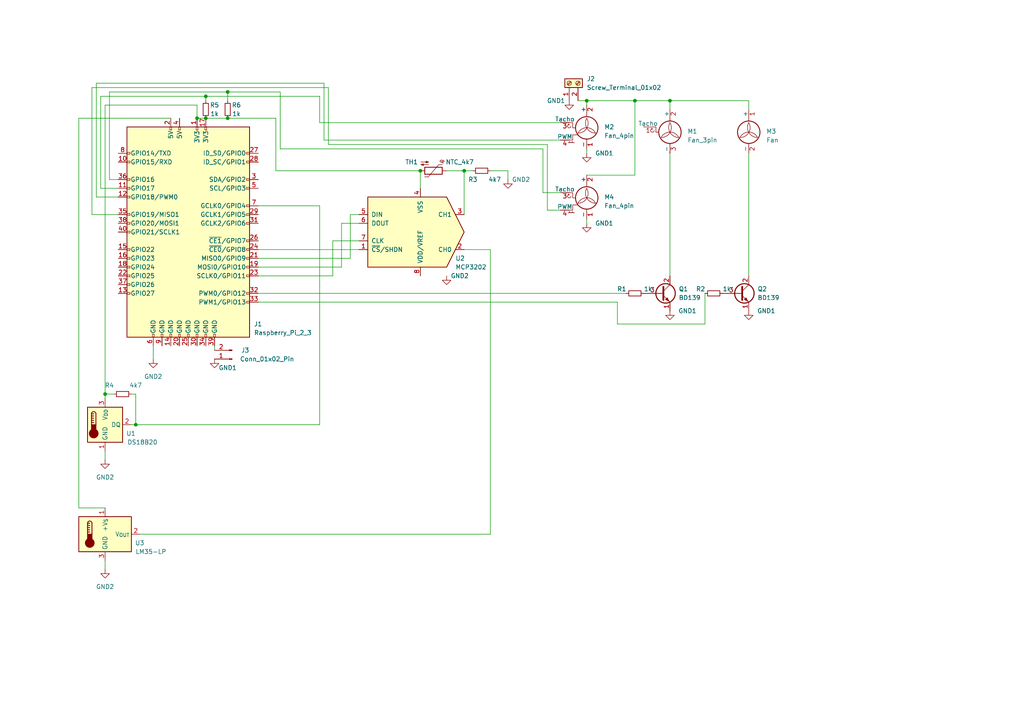
<source format=kicad_sch>
(kicad_sch (version 20230121) (generator eeschema)
  (paper "A4")
  (title_block (title "Fan Control RPi") (date "2023-12-26") (comment 1 "CC BY-SA-4.0") (comment 2 "Funded by the Free Software Foundation Hungary"))
  (lib_symbols
    (symbol "Analog_ADC:MCP3202" (pin_names (offset 1.016))
      (property "Reference" "U" (at -6.35 11.43 0))
      (property "Value" "MCP3202" (at 11.43 11.43 0))
      (symbol "MCP3202_0_1"
        (polyline (pts (xy 15.24 10.16) (xy -7.62 10.16) (xy -12.7 0) (xy -7.62 -10.16) (xy 15.24 -10.16) (xy 15.24 10.16)) (stroke (width 0.254)) (fill (type background)))
      )
      (symbol "MCP3202_1_1"
        (pin input line (at 17.78 5.08 180) (length 2.54) (name "~{CS}/SHDN") (number "1"))
        (pin passive line (at -12.7 5.08 0) (length 2.54) (name "CH0") (number "2"))
        (pin passive line (at -12.7 -5.08 0) (length 2.54) (name "CH1") (number "3"))
        (pin power_in line (at 0 -12.7 90) (length 2.54) (name "VSS") (number "4"))
        (pin input line (at 17.78 -5.08 180) (length 2.54) (name "DIN") (number "5"))
        (pin output line (at 17.78 -2.54 180) (length 2.54) (name "DOUT") (number "6"))
        (pin input line (at 17.78 2.54 180) (length 2.54) (name "CLK") (number "7"))
        (pin power_in line (at 0 12.7 270) (length 2.54) (name "VDD/VREF") (number "8"))
      )
    )
    (symbol "Connector:Conn_01x02_Pin" (pin_names (offset 1.016) hide)
      (property "Reference" "J" (at 0 2.54 0))
      (property "Value" "Conn_01x02_Pin" (at 0 -5.08 0))
      (symbol "Conn_01x02_Pin_1_1"
        (polyline (pts (xy 1.27 -2.54) (xy 0.8636 -2.54)) (stroke (width 0.1524)))
        (polyline (pts (xy 1.27 0) (xy 0.8636 0)) (stroke (width 0.1524)))
        (rectangle (start 0.8636 -2.413) (end 0 -2.667) (stroke (width 0.1524)) (fill (type outline)))
        (rectangle (start 0.8636 0.127) (end 0 -0.127) (stroke (width 0.1524)) (fill (type outline)))
        (pin passive line (at 5.08 0 180) (length 3.81) (name "Pin_1") (number "1"))
        (pin passive line (at 5.08 -2.54 180) (length 3.81) (name "Pin_2") (number "2"))
      )
    )
    (symbol "Connector:Raspberry_Pi_2_3" (pin_names (offset 1.016))
      (property "Reference" "J" (at -17.78 31.75 0))
      (property "Value" "Raspberry_Pi_2_3" (at 10.16 -31.75 0))
      (symbol "Raspberry_Pi_2_3_0_1"
        (rectangle (start -17.78 30.48) (end 17.78 -30.48) (stroke (width 0.254)) (fill (type background)))
      )
      (symbol "Raspberry_Pi_2_3_1_1"
        (rectangle (start -16.891 -17.526) (end -17.78 -18.034))
        (rectangle (start -16.891 -14.986) (end -17.78 -15.494))
        (rectangle (start -16.891 -12.446) (end -17.78 -12.954))
        (rectangle (start -16.891 -9.906) (end -17.78 -10.414))
        (rectangle (start -16.891 -7.366) (end -17.78 -7.874))
        (rectangle (start -16.891 -4.826) (end -17.78 -5.334))
        (rectangle (start -16.891 0.254) (end -17.78 -0.254))
        (rectangle (start -16.891 2.794) (end -17.78 2.286))
        (rectangle (start -16.891 5.334) (end -17.78 4.826))
        (rectangle (start -16.891 10.414) (end -17.78 9.906))
        (rectangle (start -16.891 12.954) (end -17.78 12.446))
        (rectangle (start -16.891 15.494) (end -17.78 14.986))
        (rectangle (start -16.891 20.574) (end -17.78 20.066))
        (rectangle (start -16.891 23.114) (end -17.78 22.606))
        (rectangle (start -10.414 -29.591) (end -9.906 -30.48))
        (rectangle (start -7.874 -29.591) (end -7.366 -30.48))
        (rectangle (start -5.334 -29.591) (end -4.826 -30.48))
        (rectangle (start -5.334 30.48) (end -4.826 29.591))
        (rectangle (start -2.794 -29.591) (end -2.286 -30.48))
        (rectangle (start -2.794 30.48) (end -2.286 29.591))
        (rectangle (start -0.254 -29.591) (end 0.254 -30.48))
        (rectangle (start 2.286 -29.591) (end 2.794 -30.48))
        (rectangle (start 2.286 30.48) (end 2.794 29.591))
        (rectangle (start 4.826 -29.591) (end 5.334 -30.48))
        (rectangle (start 4.826 30.48) (end 5.334 29.591))
        (rectangle (start 7.366 -29.591) (end 7.874 -30.48))
        (rectangle (start 17.78 -20.066) (end 16.891 -20.574))
        (rectangle (start 17.78 -17.526) (end 16.891 -18.034))
        (rectangle (start 17.78 -12.446) (end 16.891 -12.954))
        (rectangle (start 17.78 -9.906) (end 16.891 -10.414))
        (rectangle (start 17.78 -7.366) (end 16.891 -7.874))
        (rectangle (start 17.78 -4.826) (end 16.891 -5.334))
        (rectangle (start 17.78 -2.286) (end 16.891 -2.794))
        (rectangle (start 17.78 2.794) (end 16.891 2.286))
        (rectangle (start 17.78 5.334) (end 16.891 4.826))
        (rectangle (start 17.78 7.874) (end 16.891 7.366))
        (rectangle (start 17.78 12.954) (end 16.891 12.446))
        (rectangle (start 17.78 15.494) (end 16.891 14.986))
        (rectangle (start 17.78 20.574) (end 16.891 20.066))
        (rectangle (start 17.78 23.114) (end 16.891 22.606))
        (pin power_in line (at 2.54 33.02 270) (length 2.54) (name "3V3") (number "1"))
        (pin bidirectional line (at -20.32 20.32 0) (length 2.54) (name "GPIO15/RXD") (number "10"))
        (pin bidirectional line (at -20.32 12.7 0) (length 2.54) (name "GPIO17") (number "11"))
        (pin bidirectional line (at -20.32 10.16 0) (length 2.54) (name "GPIO18/PWM0") (number "12"))
        (pin bidirectional line (at -20.32 -17.78 0) (length 2.54) (name "GPIO27") (number "13"))
        (pin power_in line (at -5.08 -33.02 90) (length 2.54) (name "GND") (number "14"))
        (pin bidirectional line (at -20.32 -5.08 0) (length 2.54) (name "GPIO22") (number "15"))
        (pin bidirectional line (at -20.32 -7.62 0) (length 2.54) (name "GPIO23") (number "16"))
        (pin power_in line (at 5.08 33.02 270) (length 2.54) (name "3V3") (number "17"))
        (pin bidirectional line (at -20.32 -10.16 0) (length 2.54) (name "GPIO24") (number "18"))
        (pin bidirectional line (at 20.32 -10.16 180) (length 2.54) (name "MOSI0/GPIO10") (number "19"))
        (pin power_in line (at -5.08 33.02 270) (length 2.54) (name "5V") (number "2"))
        (pin power_in line (at -2.54 -33.02 90) (length 2.54) (name "GND") (number "20"))
        (pin bidirectional line (at 20.32 -7.62 180) (length 2.54) (name "MISO0/GPIO9") (number "21"))
        (pin bidirectional line (at -20.32 -12.7 0) (length 2.54) (name "GPIO25") (number "22"))
        (pin bidirectional line (at 20.32 -12.7 180) (length 2.54) (name "SCLK0/GPIO11") (number "23"))
        (pin bidirectional line (at 20.32 -5.08 180) (length 2.54) (name "~{CE0}/GPIO8") (number "24"))
        (pin power_in line (at 0 -33.02 90) (length 2.54) (name "GND") (number "25"))
        (pin bidirectional line (at 20.32 -2.54 180) (length 2.54) (name "~{CE1}/GPIO7") (number "26"))
        (pin bidirectional line (at 20.32 22.86 180) (length 2.54) (name "ID_SD/GPIO0") (number "27"))
        (pin bidirectional line (at 20.32 20.32 180) (length 2.54) (name "ID_SC/GPIO1") (number "28"))
        (pin bidirectional line (at 20.32 5.08 180) (length 2.54) (name "GCLK1/GPIO5") (number "29"))
        (pin bidirectional line (at 20.32 15.24 180) (length 2.54) (name "SDA/GPIO2") (number "3"))
        (pin power_in line (at 2.54 -33.02 90) (length 2.54) (name "GND") (number "30"))
        (pin bidirectional line (at 20.32 2.54 180) (length 2.54) (name "GCLK2/GPIO6") (number "31"))
        (pin bidirectional line (at 20.32 -17.78 180) (length 2.54) (name "PWM0/GPIO12") (number "32"))
        (pin bidirectional line (at 20.32 -20.32 180) (length 2.54) (name "PWM1/GPIO13") (number "33"))
        (pin power_in line (at 5.08 -33.02 90) (length 2.54) (name "GND") (number "34"))
        (pin bidirectional line (at -20.32 5.08 0) (length 2.54) (name "GPIO19/MISO1") (number "35"))
        (pin bidirectional line (at -20.32 15.24 0) (length 2.54) (name "GPIO16") (number "36"))
        (pin bidirectional line (at -20.32 -15.24 0) (length 2.54) (name "GPIO26") (number "37"))
        (pin bidirectional line (at -20.32 2.54 0) (length 2.54) (name "GPIO20/MOSI1") (number "38"))
        (pin power_in line (at 7.62 -33.02 90) (length 2.54) (name "GND") (number "39"))
        (pin power_in line (at -2.54 33.02 270) (length 2.54) (name "5V") (number "4"))
        (pin bidirectional line (at -20.32 0 0) (length 2.54) (name "GPIO21/SCLK1") (number "40"))
        (pin bidirectional line (at 20.32 12.7 180) (length 2.54) (name "SCL/GPIO3") (number "5"))
        (pin power_in line (at -10.16 -33.02 90) (length 2.54) (name "GND") (number "6"))
        (pin bidirectional line (at 20.32 7.62 180) (length 2.54) (name "GCLK0/GPIO4") (number "7"))
        (pin bidirectional line (at -20.32 22.86 0) (length 2.54) (name "GPIO14/TXD") (number "8"))
        (pin power_in line (at -7.62 -33.02 90) (length 2.54) (name "GND") (number "9"))
      )
    )
    (symbol "Connector:Screw_Terminal_01x02" (pin_names (offset 1.016) hide)
      (property "Reference" "J" (at 0 2.54 0))
      (property "Value" "Screw_Terminal_01x02" (at 0 -5.08 0))
      (symbol "Screw_Terminal_01x02_1_1"
        (rectangle (start -1.27 1.27) (end 1.27 -3.81) (stroke (width 0.254)) (fill (type background)))
        (circle (center 0 -2.54) (radius 0.635) (stroke (width 0.1524)))
        (polyline (pts (xy -0.5334 -2.2098) (xy 0.3302 -3.048)) (stroke (width 0.1524)))
        (polyline (pts (xy -0.5334 0.3302) (xy 0.3302 -0.508)) (stroke (width 0.1524)))
        (polyline (pts (xy -0.3556 -2.032) (xy 0.508 -2.8702)) (stroke (width 0.1524)))
        (polyline (pts (xy -0.3556 0.508) (xy 0.508 -0.3302)) (stroke (width 0.1524)))
        (circle (center 0 0) (radius 0.635) (stroke (width 0.1524)))
        (pin passive line (at -5.08 0 0) (length 3.81) (name "Pin_1") (number "1"))
        (pin passive line (at -5.08 -2.54 0) (length 3.81) (name "Pin_2") (number "2"))
      )
    )
    (symbol "Device:R_Small" (pin_numbers hide) (pin_names (offset 0.254) hide)
      (property "Reference" "R" (at 0.762 0.508 0))
      (property "Value" "R_Small" (at 0.762 -1.016 0))
      (symbol "R_Small_0_1"
        (rectangle (start -0.762 1.778) (end 0.762 -1.778) (stroke (width 0.2032)))
      )
      (symbol "R_Small_1_1"
        (pin passive line (at 0 2.54 270) (length 0.762) (name "~") (number "1"))
        (pin passive line (at 0 -2.54 90) (length 0.762) (name "~") (number "2"))
      )
    )
    (symbol "Device:Thermistor_NTC" (pin_numbers hide) (pin_names (offset 0))
      (property "Reference" "TH" (at -4.445 0 90))
      (property "Value" "Thermistor_NTC" (at 3.175 0 90))
      (symbol "Thermistor_NTC_0_1"
        (arc (start -3.048 2.159) (mid -3.0495 2.3143) (end -3.175 2.413))
        (arc (start -3.048 2.159) (mid -2.9736 1.9794) (end -2.794 1.905))
        (arc (start -3.048 2.794) (mid -2.9736 2.6144) (end -2.794 2.54))
        (arc (start -2.794 1.905) (mid -2.6144 1.9794) (end -2.54 2.159))
        (arc (start -2.794 2.54) (mid -2.4393 2.5587) (end -2.159 2.794))
        (arc (start -2.794 3.048) (mid -2.9736 2.9736) (end -3.048 2.794))
        (arc (start -2.54 2.794) (mid -2.6144 2.9736) (end -2.794 3.048))
        (rectangle (start -1.016 2.54) (end 1.016 -2.54) (stroke (width 0.254)))
        (polyline (pts (xy -2.54 2.159) (xy -2.54 2.794)))
        (polyline (pts (xy -1.778 2.54) (xy -1.778 1.524) (xy 1.778 -1.524) (xy 1.778 -2.54)))
        (polyline (pts (xy -2.54 -3.683) (xy -2.54 -1.397) (xy -2.794 -2.159) (xy -2.286 -2.159) (xy -2.54 -1.397) (xy -2.54 -1.651)) (fill (type outline)))
        (polyline (pts (xy -1.778 -1.397) (xy -1.778 -3.683) (xy -2.032 -2.921) (xy -1.524 -2.921) (xy -1.778 -3.683) (xy -1.778 -3.429)) (fill (type outline)))
      )
      (symbol "Thermistor_NTC_1_1"
        (pin passive line (at 0 3.81 270) (length 1.27) (name "~") (number "1"))
        (pin passive line (at 0 -3.81 90) (length 1.27) (name "~") (number "2"))
      )
    )
    (symbol "Motor:Fan" (pin_names (offset 0))
      (property "Reference" "M" (at 2.54 5.08 0))
      (property "Value" "Fan" (at 2.54 -2.54 0))
      (symbol "Fan_0_1"
        (arc (start -2.54 -0.508) (mid 0.0028 0.9121) (end 0 3.81))
        (polyline (pts (xy 0 -5.08) (xy 0 -4.572)))
        (polyline (pts (xy 0 -2.2352) (xy 0 -2.6416)))
        (polyline (pts (xy 0 4.2672) (xy 0 4.6228)))
        (polyline (pts (xy 0 4.572) (xy 0 5.08)))
        (circle (center 0 1.016) (radius 3.2512) (stroke (width 0.254)))
        (arc (start 0 3.81) (mid 0.053 0.921) (end 2.54 -0.508))
        (arc (start 2.54 -0.508) (mid 0 1.0618) (end -2.54 -0.508))
      )
      (symbol "Fan_1_1"
        (pin passive line (at 0 7.62 270) (length 2.54) (name "+") (number "1"))
        (pin passive line (at 0 -5.08 90) (length 2.54) (name "-") (number "2"))
      )
    )
    (symbol "Motor:Fan_3pin" (pin_names (offset 0))
      (property "Reference" "M" (at 2.54 2.54 0))
      (property "Value" "Fan_3pin" (at 2.54 -5.08 0))
      (symbol "Fan_3pin_0_0"
        (arc (start -5.588 -1.016) (mid -5.08 -1.5218) (end -4.572 -1.016))
        (arc (start -5.08 -0.508) (mid -5.4392 -0.6568) (end -5.588 -1.016))
        (polyline (pts (xy -5.08 -0.508) (xy -5.334 -0.381)))
        (polyline (pts (xy -5.08 -0.508) (xy -5.207 -0.762)))
        (polyline (pts (xy -4.064 0) (xy -4.064 -1.524) (xy -3.302 -1.524)))
      )
      (symbol "Fan_3pin_0_1"
        (arc (start -2.54 -3.048) (mid 0.0028 -1.6279) (end 0 1.27))
        (circle (center 0 -1.524) (radius 3.2512) (stroke (width 0.254)))
        (polyline (pts (xy -4.064 0) (xy -5.08 0)))
        (polyline (pts (xy 0 -7.62) (xy 0 -7.112)))
        (polyline (pts (xy 0 -4.7752) (xy 0 -5.1816)))
        (polyline (pts (xy 0 1.7272) (xy 0 2.0828)))
        (polyline (pts (xy 0 2.032) (xy 0 2.54)))
        (arc (start 0 1.27) (mid 0.053 -1.619) (end 2.54 -3.048))
        (arc (start 2.54 -3.048) (mid 0 -1.4782) (end -2.54 -3.048))
      )
      (symbol "Fan_3pin_1_1"
        (pin passive line (at -7.62 0 0) (length 2.54) (name "Tacho") (number "1"))
        (pin passive line (at 0 5.08 270) (length 2.54) (name "+") (number "2"))
        (pin passive line (at 0 -7.62 90) (length 2.54) (name "-") (number "3"))
      )
    )
    (symbol "Motor:Fan_4pin" (pin_names (offset 0))
      (property "Reference" "M" (at 2.54 5.08 0))
      (property "Value" "Fan_4pin" (at 2.54 -2.54 0))
      (symbol "Fan_4pin_0_0"
        (arc (start -5.588 1.524) (mid -5.08 1.0182) (end -4.572 1.524))
        (arc (start -5.08 2.032) (mid -5.4392 1.8832) (end -5.588 1.524))
        (polyline (pts (xy -5.08 2.032) (xy -5.334 2.159)))
        (polyline (pts (xy -5.08 2.032) (xy -5.207 1.778)))
        (polyline (pts (xy -4.064 2.54) (xy -4.064 1.016) (xy -3.302 1.016)))
      )
      (symbol "Fan_4pin_0_1"
        (arc (start -2.54 -0.508) (mid 0.0028 0.9121) (end 0 3.81))
        (polyline (pts (xy -4.064 2.54) (xy -5.08 2.54)))
        (polyline (pts (xy 0 -5.08) (xy 0 -4.572)))
        (polyline (pts (xy 0 -2.2352) (xy 0 -2.6416)))
        (polyline (pts (xy 0 4.2672) (xy 0 4.6228)))
        (polyline (pts (xy 0 4.572) (xy 0 5.08)))
        (polyline (pts (xy -2.54 -1.016) (xy -4.064 -1.016) (xy -4.064 -2.54) (xy -5.08 -2.54)))
        (polyline (pts (xy -5.334 -3.302) (xy -5.08 -3.302) (xy -5.08 -3.048) (xy -4.826 -3.048) (xy -4.826 -3.302) (xy -4.318 -3.302) (xy -4.318 -3.048) (xy -4.064 -3.048) (xy -4.064 -3.302) (xy -3.556 -3.302)))
        (circle (center 0 1.016) (radius 3.2512) (stroke (width 0.254)))
        (arc (start 0 3.81) (mid 0.053 0.921) (end 2.54 -0.508))
        (arc (start 2.54 -0.508) (mid 0 1.0618) (end -2.54 -0.508))
      )
      (symbol "Fan_4pin_1_1"
        (pin passive line (at 0 -5.08 90) (length 2.54) (name "-") (number "1"))
        (pin passive line (at 0 7.62 270) (length 2.54) (name "+") (number "2"))
        (pin passive line (at -7.62 2.54 0) (length 2.54) (name "Tacho") (number "3"))
        (pin input line (at -7.62 -2.54 0) (length 2.54) (name "PWM") (number "4"))
      )
    )
    (symbol "Sensor_Temperature:DS18B20"
      (property "Reference" "U" (at -3.81 6.35 0))
      (property "Value" "DS18B20" (at 6.35 6.35 0))
      (symbol "DS18B20_0_1"
        (rectangle (start -5.08 5.08) (end 5.08 -5.08) (stroke (width 0.254)) (fill (type background)))
        (circle (center -3.302 -2.54) (radius 1.27) (stroke (width 0.254)) (fill (type outline)))
        (rectangle (start -2.667 -1.905) (end -3.937 0) (stroke (width 0.254)) (fill (type outline)))
        (arc (start -2.667 3.175) (mid -3.302 3.8073) (end -3.937 3.175) (stroke (width 0.254)))
        (polyline (pts (xy -3.937 0.635) (xy -3.302 0.635)) (stroke (width 0.254)))
        (polyline (pts (xy -3.937 1.27) (xy -3.302 1.27)) (stroke (width 0.254)))
        (polyline (pts (xy -3.937 1.905) (xy -3.302 1.905)) (stroke (width 0.254)))
        (polyline (pts (xy -3.937 2.54) (xy -3.302 2.54)) (stroke (width 0.254)))
        (polyline (pts (xy -3.937 3.175) (xy -3.937 0)) (stroke (width 0.254)))
        (polyline (pts (xy -3.937 3.175) (xy -3.302 3.175)) (stroke (width 0.254)))
        (polyline (pts (xy -2.667 3.175) (xy -2.667 0)) (stroke (width 0.254)))
      )
      (symbol "DS18B20_1_1"
        (pin power_in line (at 0 -7.62 90) (length 2.54) (name "GND") (number "1"))
        (pin bidirectional line (at 7.62 0 180) (length 2.54) (name "DQ") (number "2"))
        (pin power_in line (at 0 7.62 270) (length 2.54) (name "V_{DD}") (number "3"))
      )
    )
    (symbol "Sensor_Temperature:LM35-LP"
      (property "Reference" "U" (at -6.35 6.35 0))
      (property "Value" "LM35-LP" (at 1.27 6.35 0))
      (symbol "LM35-LP_0_1"
        (rectangle (start -7.62 5.08) (end 7.62 -5.08) (stroke (width 0.254)) (fill (type background)))
        (circle (center -4.445 -2.54) (radius 1.27) (stroke (width 0.254)) (fill (type outline)))
        (rectangle (start -3.81 -1.905) (end -5.08 0) (stroke (width 0.254)) (fill (type outline)))
        (arc (start -3.81 3.175) (mid -4.445 3.8073) (end -5.08 3.175) (stroke (width 0.254)))
        (polyline (pts (xy -5.08 0.635) (xy -4.445 0.635)) (stroke (width 0.254)))
        (polyline (pts (xy -5.08 1.27) (xy -4.445 1.27)) (stroke (width 0.254)))
        (polyline (pts (xy -5.08 1.905) (xy -4.445 1.905)) (stroke (width 0.254)))
        (polyline (pts (xy -5.08 2.54) (xy -4.445 2.54)) (stroke (width 0.254)))
        (polyline (pts (xy -5.08 3.175) (xy -5.08 0)) (stroke (width 0.254)))
        (polyline (pts (xy -5.08 3.175) (xy -4.445 3.175)) (stroke (width 0.254)))
        (polyline (pts (xy -3.81 3.175) (xy -3.81 0)) (stroke (width 0.254)))
      )
      (symbol "LM35-LP_1_1"
        (pin power_in line (at 0 7.62 270) (length 2.54) (name "+V_{S}") (number "1"))
        (pin output line (at 10.16 0 180) (length 2.54) (name "V_{OUT}") (number "2"))
        (pin power_in line (at 0 -7.62 90) (length 2.54) (name "GND") (number "3"))
      )
    )
    (symbol "Transistor_BJT:BD139" (pin_names (offset 0) hide)
      (property "Reference" "Q" (at 5.08 1.905 0))
      (property "Value" "BD139" (at 5.08 0 0))
      (symbol "BD139_0_1"
        (polyline (pts (xy 0 0) (xy 0.635 0)))
        (polyline (pts (xy 2.54 -2.54) (xy 0.635 -0.635)))
        (polyline (pts (xy 2.54 2.54) (xy 0.635 0.635)))
        (polyline (pts (xy 0.635 1.905) (xy 0.635 -1.905) (xy 0.635 -1.905)) (stroke (width 0.508)) (fill (type outline)))
        (polyline (pts (xy 1.2446 -1.778) (xy 1.7526 -1.27) (xy 2.286 -2.286) (xy 1.2446 -1.778) (xy 1.2446 -1.778)) (fill (type outline)))
        (circle (center 1.27 0) (radius 2.8194) (stroke (width 0.3048)))
      )
      (symbol "BD139_1_1"
        (pin passive line (at 2.54 -5.08 90) (length 2.54) (name "E") (number "1"))
        (pin passive line (at 2.54 5.08 270) (length 2.54) (name "C") (number "2"))
        (pin input line (at -5.08 0 0) (length 5.08) (name "B") (number "3"))
      )
    )
    (symbol "power:GND1" (power) (pin_names (offset 0))
      (property "Value" "GND1" (at 0 -3.81 0))
      (symbol "GND1_0_1"
        (polyline (pts (xy 0 0) (xy 0 -1.27) (xy 1.27 -1.27) (xy 0 -2.54) (xy -1.27 -1.27) (xy 0 -1.27)))
      )
      (symbol "GND1_1_1"
        (pin power_in line (at 0 0 270) (length 0) hide (name "GND1") (number "1"))
      )
    )
    (symbol "power:GND2" (power) (pin_names (offset 0))
      (property "Value" "GND2" (at 0 -3.81 0))
      (symbol "GND2_0_1"
        (polyline (pts (xy 0 0) (xy 0 -1.27) (xy 1.27 -1.27) (xy 0 -2.54) (xy -1.27 -1.27) (xy 0 -1.27)))
      )
      (symbol "GND2_1_1"
        (pin power_in line (at 0 0 270) (length 0) hide (name "GND2") (number "1"))
      )
    )
  )
  (junction (at 59.69 34.29))
  (junction (at 39.37 123.19))
  (junction (at 66.04 26.67))
  (junction (at 170.18 29.21))
  (junction (at 30.48 114.3))
  (junction (at 57.15 34.29))
  (junction (at 134.62 49.53))
  (junction (at 59.69 27.94))
  (junction (at 194.31 29.21))
  (junction (at 121.92 49.53))
  (junction (at 66.04 34.29))
  (junction (at 184.15 29.21))
  (wire (pts (xy 134.62 49.53) (xy 134.62 62.23)))
  (wire (pts (xy 26.67 25.4) (xy 95.25 25.4)))
  (wire (pts (xy 26.67 62.23) (xy 26.67 25.4)))
  (wire (pts (xy 170.18 63.5) (xy 170.18 64.77)))
  (wire (pts (xy 194.31 29.21) (xy 217.17 29.21)))
  (wire (pts (xy 80.01 49.53) (xy 121.92 49.53)))
  (wire (pts (xy 92.71 123.19) (xy 39.37 123.19)))
  (wire (pts (xy 147.32 49.53) (xy 147.32 52.07)))
  (wire (pts (xy 57.15 30.48) (xy 30.48 30.48)))
  (wire (pts (xy 142.24 49.53) (xy 147.32 49.53)))
  (wire (pts (xy 57.15 34.29) (xy 57.15 30.48)))
  (wire (pts (xy 74.93 85.09) (xy 181.61 85.09)))
  (wire (pts (xy 162.56 55.88) (xy 157.48 55.88)))
  (wire (pts (xy 170.18 29.21) (xy 170.18 30.48)))
  (wire (pts (xy 38.1 114.3) (xy 39.37 114.3)))
  (wire (pts (xy 49.53 34.29) (xy 22.86 34.29)))
  (wire (pts (xy 204.47 85.09) (xy 204.47 93.98)))
  (wire (pts (xy 129.54 49.53) (xy 134.62 49.53)))
  (wire (pts (xy 158.75 60.96) (xy 162.56 60.96)))
  (wire (pts (xy 27.94 57.15) (xy 34.29 57.15)))
  (wire (pts (xy 95.25 25.4) (xy 95.25 41.91)))
  (wire (pts (xy 184.15 29.21) (xy 194.31 29.21)))
  (wire (pts (xy 29.21 27.94) (xy 29.21 54.61)))
  (wire (pts (xy 95.25 41.91) (xy 158.75 41.91)))
  (wire (pts (xy 30.48 130.81) (xy 30.48 133.35)))
  (wire (pts (xy 92.71 35.56) (xy 162.56 35.56)))
  (wire (pts (xy 74.93 80.01) (xy 96.52 80.01)))
  (wire (pts (xy 29.21 27.94) (xy 59.69 27.94)))
  (wire (pts (xy 38.1 123.19) (xy 39.37 123.19)))
  (wire (pts (xy 179.07 93.98) (xy 204.47 93.98)))
  (wire (pts (xy 96.52 80.01) (xy 96.52 69.85)))
  (wire (pts (xy 30.48 115.57) (xy 30.48 114.3)))
  (wire (pts (xy 217.17 44.45) (xy 217.17 80.01)))
  (wire (pts (xy 31.75 26.67) (xy 66.04 26.67)))
  (wire (pts (xy 44.45 100.33) (xy 44.45 104.14)))
  (wire (pts (xy 217.17 29.21) (xy 217.17 31.75)))
  (wire (pts (xy 22.86 147.32) (xy 30.48 147.32)))
  (wire (pts (xy 184.15 50.8) (xy 184.15 29.21)))
  (wire (pts (xy 81.28 26.67) (xy 66.04 26.67)))
  (wire (pts (xy 62.23 100.33) (xy 62.23 101.6)))
  (wire (pts (xy 93.98 24.13) (xy 27.94 24.13)))
  (wire (pts (xy 99.06 77.47) (xy 99.06 64.77)))
  (wire (pts (xy 39.37 114.3) (xy 39.37 123.19)))
  (wire (pts (xy 22.86 34.29) (xy 22.86 147.32)))
  (wire (pts (xy 170.18 29.21) (xy 184.15 29.21)))
  (wire (pts (xy 194.31 44.45) (xy 194.31 80.01)))
  (wire (pts (xy 74.93 74.93) (xy 101.6 74.93)))
  (wire (pts (xy 74.93 59.69) (xy 92.71 59.69)))
  (wire (pts (xy 96.52 69.85) (xy 104.14 69.85)))
  (wire (pts (xy 59.69 34.29) (xy 66.04 34.29)))
  (wire (pts (xy 80.01 49.53) (xy 80.01 34.29)))
  (wire (pts (xy 170.18 43.18) (xy 170.18 44.45)))
  (wire (pts (xy 40.64 154.94) (xy 142.24 154.94)))
  (wire (pts (xy 81.28 43.18) (xy 81.28 26.67)))
  (wire (pts (xy 92.71 59.69) (xy 92.71 123.19)))
  (wire (pts (xy 167.64 29.21) (xy 170.18 29.21)))
  (wire (pts (xy 134.62 49.53) (xy 137.16 49.53)))
  (wire (pts (xy 31.75 52.07) (xy 31.75 26.67)))
  (wire (pts (xy 101.6 74.93) (xy 101.6 62.23)))
  (wire (pts (xy 59.69 27.94) (xy 59.69 29.21)))
  (wire (pts (xy 179.07 87.63) (xy 179.07 93.98)))
  (wire (pts (xy 66.04 34.29) (xy 80.01 34.29)))
  (wire (pts (xy 74.93 72.39) (xy 104.14 72.39)))
  (wire (pts (xy 170.18 50.8) (xy 184.15 50.8)))
  (wire (pts (xy 34.29 62.23) (xy 26.67 62.23)))
  (wire (pts (xy 59.69 27.94) (xy 92.71 27.94)))
  (wire (pts (xy 34.29 54.61) (xy 29.21 54.61)))
  (wire (pts (xy 66.04 26.67) (xy 66.04 29.21)))
  (wire (pts (xy 74.93 87.63) (xy 179.07 87.63)))
  (wire (pts (xy 34.29 52.07) (xy 31.75 52.07)))
  (wire (pts (xy 92.71 27.94) (xy 92.71 35.56)))
  (wire (pts (xy 30.48 30.48) (xy 30.48 114.3)))
  (wire (pts (xy 162.56 40.64) (xy 93.98 40.64)))
  (wire (pts (xy 157.48 43.18) (xy 81.28 43.18)))
  (wire (pts (xy 30.48 114.3) (xy 33.02 114.3)))
  (wire (pts (xy 30.48 162.56) (xy 30.48 165.1)))
  (wire (pts (xy 134.62 72.39) (xy 142.24 72.39)))
  (wire (pts (xy 27.94 24.13) (xy 27.94 57.15)))
  (wire (pts (xy 194.31 29.21) (xy 194.31 31.75)))
  (wire (pts (xy 99.06 64.77) (xy 104.14 64.77)))
  (wire (pts (xy 157.48 55.88) (xy 157.48 43.18)))
  (wire (pts (xy 121.92 49.53) (xy 121.92 54.61)))
  (wire (pts (xy 101.6 62.23) (xy 104.14 62.23)))
  (wire (pts (xy 57.15 34.29) (xy 59.69 34.29)))
  (wire (pts (xy 93.98 24.13) (xy 93.98 40.64)))
  (wire (pts (xy 99.06 77.47) (xy 74.93 77.47)))
  (wire (pts (xy 158.75 41.91) (xy 158.75 60.96)))
  (wire (pts (xy 142.24 72.39) (xy 142.24 154.94)))
  (symbol (lib_id "power:GND1") (at 217.17 90.17 0) (unit 1)
    (property "Reference" "#PWR02" (effects hide))
    (property "Value" "GND1" (at 222.25 90.17 0))
  )
  (symbol (lib_id "power:GND1") (at 170.18 64.77 0) (unit 1)
    (property "Reference" "#PWR07" (effects hide))
    (property "Value" "GND1" (at 175.26 64.77 0))
  )
  (symbol (lib_id "power:GND1") (at 62.23 104.14 0) (unit 1)
    (property "Reference" "#PWR011" (effects hide))
    (property "Value" "GND1" (at 66.04 106.68 0))
  )
  (symbol (lib_id "Motor:Fan_4pin") (at 170.18 38.1 0) (unit 1)
    (property "Reference" "M2" (at 175.26 36.83 0) (effects (justify left)))
    (property "Value" "Fan_4pin" (at 175.26 39.37 0) (effects (justify left)))
    (property "Datasheet" "http://www.formfactors.org/developer%5Cspecs%5Crev1_2_public.pdf" (effects hide))
  )
  (symbol (lib_id "Device:R_Small") (at 184.15 85.09 90) (unit 1)
    (property "Reference" "R1" (at 180.34 83.82 90))
    (property "Value" "1k" (at 187.96 83.82 90))
  )
  (symbol (lib_id "power:GND2") (at 30.48 165.1 0) (unit 1)
    (property "Reference" "#PWR08" (effects hide))
    (property "Value" "GND2" (at 30.48 170.18 0))
  )
  (symbol (lib_id "power:GND1") (at 170.18 44.45 0) (unit 1)
    (property "Reference" "#PWR05" (effects hide))
    (property "Value" "GND1" (at 175.26 44.45 0))
  )
  (symbol (lib_id "Transistor_BJT:BD139") (at 214.63 85.09 0) (unit 1)
    (property "Reference" "Q2" (at 219.71 83.82 0) (effects (justify left)))
    (property "Value" "BD139" (at 219.71 86.36 0) (effects (justify left)))
    (property "Footprint" "Package_TO_SOT_THT:TO-126-3_Vertical" (effects hide))
    (property "Datasheet" "http://www.st.com/internet/com/TECHNICAL_RESOURCES/TECHNICAL_LITERATURE/DATASHEET/CD00001225.pdf" (effects hide))
  )
  (symbol (lib_id "Sensor_Temperature:LM35-LP") (at 30.48 154.94 0) (unit 1)
    (property "Reference" "U3" (at 41.91 157.48 0) (effects (justify right)))
    (property "Value" "LM35-LP" (at 48.26 160.02 0) (effects (justify right)))
    (property "Footprint" "Package_TO_SOT_THT:TO-92_Inline" (effects hide))
    (property "Datasheet" "http://www.ti.com/lit/ds/symlink/lm35.pdf" (effects hide))
  )
  (symbol (lib_id "Device:R_Small") (at 207.01 85.09 90) (unit 1)
    (property "Reference" "R2" (at 203.2 83.82 90))
    (property "Value" "1k" (at 210.82 83.82 90))
  )
  (symbol (lib_id "power:GND2") (at 129.54 80.01 0) (unit 1)
    (property "Reference" "#PWR010" (effects hide))
    (property "Value" "GND2" (at 133.35 80.01 0))
  )
  (symbol (lib_id "Connector:Conn_01x02_Pin") (at 67.31 104.14 180) (unit 1)
    (property "Reference" "J3" (at 71.12 101.6 0))
    (property "Value" "Conn_01x02_Pin" (at 77.47 104.14 0))
  )
  (symbol (lib_id "Analog_ADC:MCP3202") (at 121.92 67.31 180) (unit 1)
    (property "Reference" "U2" (at 132.08 74.93 0) (effects (justify right)))
    (property "Value" "MCP3202" (at 132.08 77.47 0) (effects (justify right)))
    (property "Datasheet" "http://ww1.microchip.com/downloads/en/DeviceDoc/21034D.pdf" (effects hide))
  )
  (symbol (lib_id "Transistor_BJT:BD139") (at 191.77 85.09 0) (unit 1)
    (property "Reference" "Q1" (at 196.85 83.82 0) (effects (justify left)))
    (property "Value" "BD139" (at 196.85 86.36 0) (effects (justify left)))
    (property "Footprint" "Package_TO_SOT_THT:TO-126-3_Vertical" (effects hide))
    (property "Datasheet" "http://www.st.com/internet/com/TECHNICAL_RESOURCES/TECHNICAL_LITERATURE/DATASHEET/CD00001225.pdf" (effects hide))
  )
  (symbol (lib_id "power:GND2") (at 44.45 104.14 0) (unit 1)
    (property "Reference" "#PWR04" (effects hide))
    (property "Value" "GND2" (at 44.45 109.22 0))
  )
  (symbol (lib_id "power:GND1") (at 194.31 90.17 0) (unit 1)
    (property "Reference" "#PWR01" (effects hide))
    (property "Value" "GND1" (at 199.39 90.17 0))
  )
  (symbol (lib_id "Motor:Fan_4pin") (at 170.18 58.42 0) (unit 1)
    (property "Reference" "M4" (at 175.26 57.15 0) (effects (justify left)))
    (property "Value" "Fan_4pin" (at 175.26 59.69 0) (effects (justify left)))
    (property "Datasheet" "http://www.formfactors.org/developer%5Cspecs%5Crev1_2_public.pdf" (effects hide))
  )
  (symbol (lib_id "Device:Thermistor_NTC") (at 125.73 49.53 270) (unit 1)
    (property "Reference" "TH1" (at 119.38 46.99 90))
    (property "Value" "NTC_4k7" (at 133.35 46.99 90))
  )
  (symbol (lib_id "Motor:Fan_3pin") (at 194.31 36.83 0) (unit 1)
    (property "Reference" "M1" (at 199.39 38.1 0) (effects (justify left)))
    (property "Value" "Fan_3pin" (at 199.39 40.64 0) (effects (justify left)))
    (property "Datasheet" "http://www.hardwarecanucks.com/forum/attachments/new-builds/16287d1330775095-help-chassis-power-fan-connectors-motherboard-asus_p8z68.jpg" (effects hide))
  )
  (symbol (lib_id "Connector:Screw_Terminal_01x02") (at 165.1 24.13 90) (unit 1)
    (property "Reference" "J2" (at 170.18 22.86 90) (effects (justify right)))
    (property "Value" "Screw_Terminal_01x02" (at 170.18 25.4 90) (effects (justify right)))
  )
  (symbol (lib_id "Connector:Raspberry_Pi_2_3") (at 54.61 67.31 0) (unit 1)
    (property "Reference" "J1" (at 73.66 93.98 0) (effects (justify left)))
    (property "Value" "Raspberry_Pi_2_3" (at 73.66 96.52 0) (effects (justify left)))
    (property "Datasheet" "https://www.raspberrypi.org/documentation/hardware/raspberrypi/schematics/rpi_SCH_3bplus_1p0_reduced.pdf" (effects hide))
  )
  (symbol (lib_id "power:GND2") (at 30.48 133.35 0) (unit 1)
    (property "Reference" "#PWR03" (effects hide))
    (property "Value" "GND2" (at 30.48 138.43 0))
  )
  (symbol (lib_id "power:GND1") (at 165.1 29.21 0) (unit 1)
    (property "Reference" "#PWR06" (effects hide))
    (property "Value" "GND1" (at 161.29 29.21 0))
  )
  (symbol (lib_id "Motor:Fan") (at 217.17 39.37 0) (unit 1)
    (property "Reference" "M3" (at 222.25 38.1 0) (effects (justify left)))
    (property "Value" "Fan" (at 222.25 40.64 0) (effects (justify left)))
  )
  (symbol (lib_id "Sensor_Temperature:DS18B20") (at 30.48 123.19 0) (unit 1)
    (property "Reference" "U1" (at 39.37 125.73 0) (effects (justify right)))
    (property "Value" "DS18B20" (at 45.72 128.27 0) (effects (justify right)))
    (property "Footprint" "Package_TO_SOT_THT:TO-92_Inline" (effects hide))
    (property "Datasheet" "http://datasheets.maximintegrated.com/en/ds/DS18B20.pdf" (effects hide))
  )
  (symbol (lib_id "Device:R_Small") (at 66.04 31.75 180) (unit 1)
    (property "Reference" "R6" (at 68.58 30.48 0))
    (property "Value" "1k" (at 68.58 33.02 0))
  )
  (symbol (lib_id "power:GND2") (at 147.32 52.07 0) (unit 1)
    (property "Reference" "#PWR09" (effects hide))
    (property "Value" "GND2" (at 151.13 52.07 0))
  )
  (symbol (lib_id "Device:R_Small") (at 35.56 114.3 90) (unit 1)
    (property "Reference" "R4" (at 31.75 111.76 90))
    (property "Value" "4k7" (at 39.37 111.76 90))
  )
  (symbol (lib_id "Device:R_Small") (at 139.7 49.53 270) (unit 1)
    (property "Reference" "R3" (at 137.16 52.07 90))
    (property "Value" "4k7" (at 143.51 52.07 90))
  )
  (symbol (lib_id "Device:R_Small") (at 59.69 31.75 180) (unit 1)
    (property "Reference" "R5" (at 62.23 30.48 0))
    (property "Value" "1k" (at 62.23 33.02 0))
  )
)
</source>
